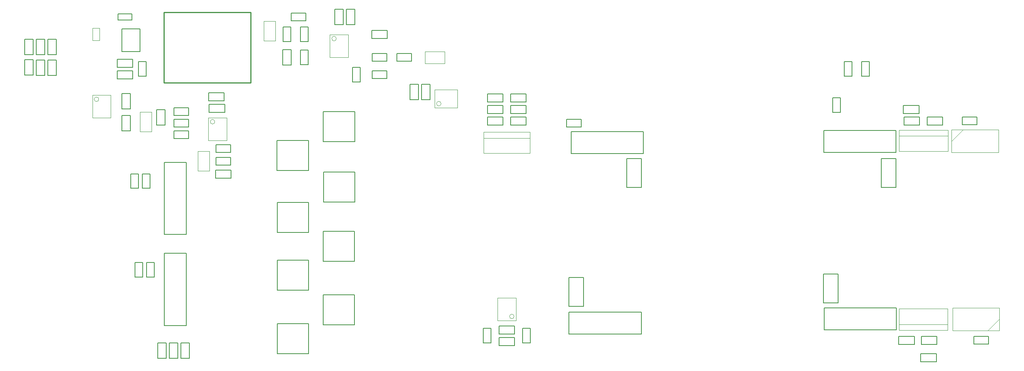
<source format=gbr>
G04*
G04 #@! TF.GenerationSoftware,Altium Limited,Altium Designer,24.1.2 (44)*
G04*
G04 Layer_Color=16711935*
%FSLAX25Y25*%
%MOIN*%
G70*
G04*
G04 #@! TF.SameCoordinates,DAD59E85-0841-476F-99BD-E5F442491B29*
G04*
G04*
G04 #@! TF.FilePolarity,Positive*
G04*
G01*
G75*
%ADD13C,0.00787*%
%ADD14C,0.00394*%
%ADD15C,0.01000*%
D13*
X1535650Y516910D02*
X1598130D01*
Y535886D01*
X1535650D02*
X1598130D01*
X1535650Y516910D02*
Y535886D01*
X1463307Y548543D02*
X1476693D01*
Y541457D02*
Y548543D01*
X1463307Y541457D02*
X1476693D01*
X1463307D02*
Y548543D01*
Y568543D02*
X1476693D01*
Y561457D02*
Y568543D01*
X1463307Y561457D02*
X1476693D01*
X1463307D02*
Y568543D01*
Y558543D02*
X1476693D01*
Y551457D02*
Y558543D01*
X1463307Y551457D02*
X1476693D01*
X1463307D02*
Y558543D01*
X1483307Y551457D02*
X1496693D01*
X1483307D02*
Y558543D01*
X1496693D01*
Y551457D02*
Y558543D01*
X1483307Y541457D02*
X1496693D01*
X1483307D02*
Y548543D01*
X1496693D01*
Y541457D02*
Y548543D01*
X1483307Y561457D02*
X1496693D01*
X1483307D02*
Y568543D01*
X1496693D01*
Y561457D02*
Y568543D01*
X1348583Y527008D02*
Y552992D01*
X1321417D02*
X1348583D01*
X1321417Y527008D02*
Y552992D01*
Y527008D02*
X1348583D01*
X1147457Y555307D02*
X1154543D01*
Y568693D01*
X1147457D02*
X1154543D01*
X1147457Y555307D02*
Y568693D01*
X1363307Y616457D02*
X1376693D01*
X1363307D02*
Y623543D01*
X1376693D01*
Y616457D02*
Y623543D01*
X1754208Y383034D02*
X1816689D01*
X1754208Y364058D02*
Y383034D01*
Y364058D02*
X1816689D01*
Y383034D01*
X1822795Y551457D02*
Y558543D01*
Y551457D02*
X1836181D01*
Y558543D01*
X1822795D02*
X1836181D01*
X1823307Y541457D02*
Y548543D01*
Y541457D02*
X1836693D01*
Y548543D01*
X1823307D02*
X1836693D01*
X1385000Y603346D02*
X1397598D01*
Y596654D02*
Y603346D01*
X1385000Y596654D02*
X1397598D01*
X1385000D02*
Y603346D01*
X1293701Y631653D02*
X1306299D01*
X1293701D02*
Y638346D01*
X1306299D01*
Y631653D02*
Y638346D01*
X1301653Y613701D02*
Y626299D01*
X1308346D01*
Y613701D02*
Y626299D01*
X1301653Y613701D02*
X1308346D01*
X1301653Y593701D02*
Y606299D01*
X1308346D01*
Y593701D02*
Y606299D01*
X1301653Y593701D02*
X1308346D01*
X1331457Y628307D02*
Y641693D01*
X1338543D01*
Y628307D02*
Y641693D01*
X1331457Y628307D02*
X1338543D01*
X1286457Y593307D02*
Y606693D01*
X1293543D01*
Y593307D02*
Y606693D01*
X1286457Y593307D02*
X1293543D01*
X1346653Y578701D02*
Y591299D01*
X1353347D01*
Y578701D02*
Y591299D01*
X1346653Y578701D02*
X1353347D01*
X1363701Y581653D02*
X1376299D01*
X1363701D02*
Y588346D01*
X1376299D01*
Y581653D02*
Y588346D01*
X1341457Y628307D02*
Y641693D01*
X1348543D01*
Y628307D02*
Y641693D01*
X1341457Y628307D02*
X1348543D01*
X1363701Y603346D02*
X1376299D01*
Y596654D02*
Y603346D01*
X1363701Y596654D02*
X1376299D01*
X1363701D02*
Y603346D01*
X1073457Y602307D02*
Y615693D01*
X1080543D01*
Y602307D02*
Y615693D01*
X1073457Y602307D02*
X1080543D01*
X1063457D02*
Y615693D01*
X1070543D01*
Y602307D02*
Y615693D01*
X1063457Y602307D02*
X1070543D01*
X1083457D02*
Y615693D01*
X1090543D01*
Y602307D02*
Y615693D01*
X1083457Y602307D02*
X1090543D01*
X1293347Y613701D02*
Y626299D01*
X1286654Y613701D02*
X1293347D01*
X1286654D02*
Y626299D01*
X1293347D01*
X1183909Y430350D02*
X1202886D01*
Y367870D02*
Y430350D01*
X1183909Y367870D02*
X1202886D01*
X1183909D02*
Y430350D01*
X1168653Y409701D02*
Y422299D01*
X1175346D01*
Y409701D02*
Y422299D01*
X1168653Y409701D02*
X1175346D01*
X1158654D02*
Y422299D01*
X1165347D01*
Y409701D02*
Y422299D01*
X1158654Y409701D02*
X1165347D01*
X1753941Y517847D02*
Y536824D01*
X1816421D01*
Y517847D02*
Y536824D01*
X1753941Y517847D02*
X1816421D01*
X1873701Y541653D02*
X1886299D01*
X1873701D02*
Y548347D01*
X1886299D01*
Y541653D02*
Y548347D01*
X1843307Y541457D02*
X1856693D01*
X1843307D02*
Y548543D01*
X1856693D01*
Y541457D02*
Y548543D01*
X1793346Y583701D02*
Y596299D01*
X1786654Y583701D02*
X1793346D01*
X1786654D02*
Y596299D01*
X1793346D01*
X1188457Y339307D02*
X1195543D01*
Y352693D01*
X1188457D02*
X1195543D01*
X1188457Y339307D02*
Y352693D01*
X1178457Y339307D02*
X1185543D01*
Y352693D01*
X1178457D02*
X1185543D01*
X1178457Y339307D02*
Y352693D01*
X1198457Y339307D02*
X1205543D01*
Y352693D01*
X1198457D02*
X1205543D01*
X1198457Y339307D02*
Y352693D01*
X1147457Y549693D02*
X1154543D01*
X1147457Y536307D02*
Y549693D01*
Y536307D02*
X1154543D01*
Y549693D01*
X1771654Y583701D02*
X1778346D01*
Y596299D01*
X1771654D02*
X1778346D01*
X1771654Y583701D02*
Y596299D01*
X1083457Y597693D02*
X1090543D01*
X1083457Y584307D02*
Y597693D01*
Y584307D02*
X1090543D01*
Y597693D01*
X1063457Y598181D02*
X1070543D01*
X1063457Y584795D02*
Y598181D01*
Y584795D02*
X1070543D01*
Y598181D01*
X1073457Y597693D02*
X1080543D01*
X1073457Y584307D02*
Y597693D01*
Y584307D02*
X1080543D01*
Y597693D01*
X1596240Y360512D02*
Y379488D01*
X1533760Y360512D02*
X1596240D01*
X1533760D02*
Y379488D01*
X1596240D01*
X1143307Y581457D02*
Y588543D01*
Y581457D02*
X1156693D01*
Y588543D01*
X1143307D02*
X1156693D01*
X1162835Y605158D02*
Y624843D01*
X1147165D02*
X1162835D01*
X1147165Y605158D02*
Y624843D01*
Y605158D02*
X1162835D01*
X1143307Y591457D02*
Y598543D01*
Y591457D02*
X1156693D01*
Y598543D01*
X1143307D02*
X1156693D01*
X1236181Y552457D02*
Y559543D01*
X1222795D02*
X1236181D01*
X1222795Y552457D02*
Y559543D01*
Y552457D02*
X1236181D01*
X1235693Y562457D02*
Y569543D01*
X1222307D02*
X1235693D01*
X1222307Y562457D02*
Y569543D01*
Y562457D02*
X1235693D01*
X1486693Y360457D02*
Y367543D01*
X1473307D02*
X1486693D01*
X1473307Y360457D02*
Y367543D01*
Y360457D02*
X1486693D01*
Y350457D02*
Y357543D01*
X1473307D02*
X1486693D01*
X1473307Y350457D02*
Y357543D01*
Y350457D02*
X1486693D01*
X1583799Y487500D02*
X1596201D01*
Y512500D01*
X1583799D02*
X1596201D01*
X1583799Y487500D02*
Y512500D01*
X1803799Y487500D02*
X1816201D01*
Y512500D01*
X1803799D02*
X1816201D01*
X1803799Y487500D02*
Y512500D01*
X1493653Y352701D02*
X1500346D01*
Y365299D01*
X1493653D02*
X1500346D01*
X1493653Y352701D02*
Y365299D01*
X1459653Y352701D02*
X1466346D01*
Y365299D01*
X1459653D02*
X1466346D01*
X1459653Y352701D02*
Y365299D01*
X1183909Y446650D02*
Y509130D01*
Y446650D02*
X1202886D01*
Y509130D01*
X1183909D02*
X1202886D01*
X1165051Y486590D02*
X1171744D01*
Y499189D01*
X1165051D02*
X1171744D01*
X1165051Y486590D02*
Y499189D01*
X1155051Y486590D02*
X1161744D01*
Y499189D01*
X1155051D02*
X1161744D01*
X1155051Y486590D02*
Y499189D01*
X1883701Y351654D02*
Y358347D01*
Y351654D02*
X1896299D01*
Y358347D01*
X1883701D02*
X1896299D01*
X1228701Y517654D02*
Y524346D01*
Y517654D02*
X1241299D01*
Y524346D01*
X1228701D02*
X1241299D01*
X1228701Y506653D02*
Y513346D01*
Y506653D02*
X1241299D01*
Y513346D01*
X1228701D02*
X1241299D01*
X1851693Y351457D02*
Y358543D01*
X1838307D02*
X1851693D01*
X1838307Y351457D02*
Y358543D01*
Y351457D02*
X1851693D01*
X1851181Y336457D02*
Y343543D01*
X1837795D02*
X1851181D01*
X1837795Y336457D02*
Y343543D01*
Y336457D02*
X1851181D01*
X1241693Y495457D02*
Y502543D01*
X1228307D02*
X1241693D01*
X1228307Y495457D02*
Y502543D01*
Y495457D02*
X1241693D01*
X1818819Y351457D02*
Y358543D01*
Y351457D02*
X1832205D01*
Y358543D01*
X1818819D02*
X1832205D01*
X1396457Y563307D02*
X1403543D01*
Y576693D01*
X1396457D02*
X1403543D01*
X1396457Y563307D02*
Y576693D01*
X1406457Y563307D02*
X1413543D01*
Y576693D01*
X1406457D02*
X1413543D01*
X1406457Y563307D02*
Y576693D01*
X1544299Y539653D02*
Y546347D01*
X1531701D02*
X1544299D01*
X1531701Y539653D02*
Y546347D01*
Y539653D02*
X1544299D01*
X1761654Y552402D02*
X1768346D01*
Y565000D01*
X1761654D02*
X1768346D01*
X1761654Y552402D02*
Y565000D01*
X1205000Y549653D02*
Y556347D01*
X1192402D02*
X1205000D01*
X1192402Y549653D02*
Y556347D01*
Y549653D02*
X1205000D01*
X1533799Y409511D02*
X1546201D01*
X1533799Y384511D02*
Y409511D01*
Y384511D02*
X1546201D01*
Y409511D01*
X1753799Y412500D02*
X1766201D01*
X1753799Y387500D02*
Y412500D01*
Y387500D02*
X1766201D01*
Y412500D01*
X1321653Y474784D02*
X1348819D01*
X1321653D02*
Y500768D01*
X1348819D01*
Y474784D02*
Y500768D01*
X1321181Y423504D02*
X1348347D01*
X1321181D02*
Y449488D01*
X1348347D01*
Y423504D02*
Y449488D01*
X1321181Y368504D02*
X1348347D01*
X1321181D02*
Y394488D01*
X1348347D01*
Y368504D02*
Y394488D01*
X1177457Y554693D02*
X1184543D01*
X1177457Y541307D02*
Y554693D01*
Y541307D02*
X1184543D01*
Y554693D01*
X1205000Y539653D02*
Y546347D01*
X1192402D02*
X1205000D01*
X1192402Y539653D02*
Y546347D01*
Y539653D02*
X1205000D01*
X1281653Y343504D02*
X1308819D01*
X1281653D02*
Y369488D01*
X1308819D01*
Y343504D02*
Y369488D01*
X1281653Y398504D02*
X1308819D01*
X1281653D02*
Y424488D01*
X1308819D01*
Y398504D02*
Y424488D01*
X1281653Y448504D02*
X1308819D01*
X1281653D02*
Y474488D01*
X1308819D01*
Y448504D02*
Y474488D01*
X1281417Y502008D02*
X1308583D01*
X1281417D02*
Y527992D01*
X1308583D01*
Y502008D02*
Y527992D01*
X1192402Y529654D02*
Y536346D01*
Y529654D02*
X1205000D01*
Y536346D01*
X1192402D02*
X1205000D01*
X1161654Y583701D02*
X1168347D01*
Y596299D01*
X1161654D02*
X1168347D01*
X1161654Y583701D02*
Y596299D01*
X1144016Y632244D02*
X1155984D01*
Y637756D01*
X1144016D02*
X1155984D01*
X1144016Y632244D02*
Y637756D01*
D14*
X1423169Y559941D02*
G03*
X1423169Y559941I-1969J0D01*
G01*
X1332638Y616299D02*
G03*
X1332638Y616299I-1969J0D01*
G01*
X1127366Y563799D02*
G03*
X1127366Y563799I-1969J0D01*
G01*
X1486299Y375701D02*
G03*
X1486299Y375701I-1969J0D01*
G01*
X1227638Y544299D02*
G03*
X1227638Y544299I-1969J0D01*
G01*
X1417657Y556398D02*
X1437342D01*
X1417657Y572146D02*
X1437342D01*
X1417657Y556398D02*
Y572146D01*
X1437342Y556398D02*
Y572146D01*
X1269882Y614370D02*
X1280118D01*
X1269882Y631378D02*
X1280118D01*
Y614370D02*
Y631378D01*
X1269882Y614370D02*
Y631378D01*
X1426378Y594882D02*
Y605118D01*
X1409370Y594882D02*
Y605118D01*
X1426378D01*
X1409370Y594882D02*
X1426378D01*
X1327126Y600157D02*
Y619842D01*
X1342874Y600157D02*
Y619842D01*
X1327126D02*
X1342874D01*
X1327126Y600157D02*
X1342874D01*
X1459921Y516968D02*
X1500079D01*
X1459921Y535472D02*
X1500079D01*
X1459921Y516968D02*
Y535472D01*
X1500079Y516968D02*
Y535472D01*
X1459921Y530158D02*
X1500079D01*
X1121854Y547657D02*
Y567343D01*
X1137602Y547657D02*
Y567343D01*
X1121854D02*
X1137602D01*
X1121854Y547657D02*
X1137602D01*
X1819152Y532001D02*
X1861278D01*
Y518615D02*
Y537119D01*
X1819152Y518615D02*
Y537119D01*
Y518615D02*
X1861278D01*
X1819152Y537119D02*
X1861278D01*
X1864339Y527263D02*
X1874339Y537263D01*
X1864339Y517775D02*
Y537263D01*
Y517775D02*
X1904851D01*
Y537263D01*
X1864339D02*
X1904851D01*
X1865195Y363504D02*
X1905706D01*
X1865195D02*
Y382992D01*
X1905706D01*
Y363504D02*
Y382992D01*
X1895707Y363504D02*
X1905706Y373504D01*
X1472126Y391843D02*
X1487874D01*
X1472126Y372158D02*
X1487874D01*
X1472126D02*
Y391843D01*
X1487874Y372158D02*
Y391843D01*
X1818937Y363779D02*
X1861063D01*
X1818937Y382283D02*
X1861063D01*
Y363779D02*
Y382283D01*
X1818937Y363779D02*
Y382283D01*
Y368898D02*
X1861063D01*
X1212882Y501622D02*
Y518630D01*
X1223118Y501622D02*
Y518630D01*
X1212882D02*
X1223118D01*
X1212882Y501622D02*
X1223118D01*
X1222126Y528158D02*
X1237874D01*
X1222126Y547843D02*
X1237874D01*
Y528158D02*
Y547843D01*
X1222126Y528158D02*
Y547843D01*
X1162882Y535622D02*
Y552630D01*
X1173118Y535622D02*
Y552630D01*
X1162882D02*
X1173118D01*
X1162882Y535622D02*
X1173118D01*
X1128051Y614685D02*
Y625315D01*
X1121949Y614685D02*
Y625315D01*
X1128051D01*
X1121949Y614685D02*
X1128051D01*
D15*
X1183583Y639134D02*
X1258780D01*
Y578110D02*
Y639134D01*
X1183583Y578110D02*
X1258780D01*
X1183583D02*
Y639134D01*
M02*

</source>
